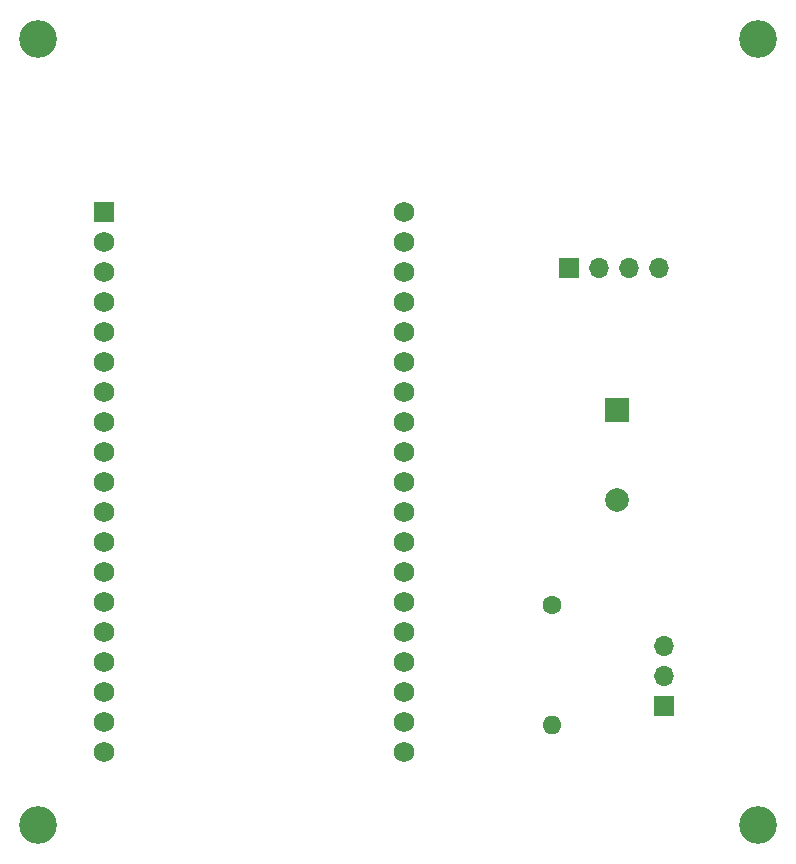
<source format=gbr>
%TF.GenerationSoftware,KiCad,Pcbnew,9.0.0*%
%TF.CreationDate,2025-03-04T12:47:50-05:00*%
%TF.ProjectId,TermoINteligente,5465726d-6f49-44e7-9465-6c6967656e74,rev?*%
%TF.SameCoordinates,Original*%
%TF.FileFunction,Soldermask,Top*%
%TF.FilePolarity,Negative*%
%FSLAX46Y46*%
G04 Gerber Fmt 4.6, Leading zero omitted, Abs format (unit mm)*
G04 Created by KiCad (PCBNEW 9.0.0) date 2025-03-04 12:47:50*
%MOMM*%
%LPD*%
G01*
G04 APERTURE LIST*
G04 Aperture macros list*
%AMRoundRect*
0 Rectangle with rounded corners*
0 $1 Rounding radius*
0 $2 $3 $4 $5 $6 $7 $8 $9 X,Y pos of 4 corners*
0 Add a 4 corners polygon primitive as box body*
4,1,4,$2,$3,$4,$5,$6,$7,$8,$9,$2,$3,0*
0 Add four circle primitives for the rounded corners*
1,1,$1+$1,$2,$3*
1,1,$1+$1,$4,$5*
1,1,$1+$1,$6,$7*
1,1,$1+$1,$8,$9*
0 Add four rect primitives between the rounded corners*
20,1,$1+$1,$2,$3,$4,$5,0*
20,1,$1+$1,$4,$5,$6,$7,0*
20,1,$1+$1,$6,$7,$8,$9,0*
20,1,$1+$1,$8,$9,$2,$3,0*%
G04 Aperture macros list end*
%ADD10RoundRect,0.102000X-0.765000X-0.765000X0.765000X-0.765000X0.765000X0.765000X-0.765000X0.765000X0*%
%ADD11C,1.734000*%
%ADD12R,1.700000X1.700000*%
%ADD13O,1.700000X1.700000*%
%ADD14C,3.200000*%
%ADD15C,1.600000*%
%ADD16O,1.600000X1.600000*%
%ADD17R,2.000000X2.000000*%
%ADD18C,2.000000*%
G04 APERTURE END LIST*
D10*
%TO.C,U1*%
X130100000Y-81180000D03*
D11*
X130100000Y-83720000D03*
X130100000Y-86260000D03*
X130100000Y-88800000D03*
X130100000Y-91340000D03*
X130100000Y-93880000D03*
X130100000Y-96420000D03*
X130100000Y-98960000D03*
X130100000Y-101500000D03*
X130100000Y-104040000D03*
X130100000Y-106580000D03*
X130100000Y-109120000D03*
X130100000Y-111660000D03*
X130100000Y-114200000D03*
X130100000Y-116740000D03*
X130100000Y-119280000D03*
X130100000Y-121820000D03*
X130100000Y-124360000D03*
X130100000Y-126900000D03*
X155500000Y-126900000D03*
X155500000Y-124360000D03*
X155500000Y-121820000D03*
X155500000Y-119280000D03*
X155500000Y-116740000D03*
X155500000Y-114200000D03*
X155500000Y-111660000D03*
X155500000Y-109120000D03*
X155500000Y-106580000D03*
X155500000Y-104040000D03*
X155500000Y-101500000D03*
X155500000Y-98960000D03*
X155500000Y-96420000D03*
X155500000Y-93880000D03*
X155500000Y-91340000D03*
X155500000Y-88800000D03*
X155500000Y-86260000D03*
X155500000Y-83720000D03*
X155500000Y-81180000D03*
%TD*%
D12*
%TO.C,J2*%
X177500000Y-122940000D03*
D13*
X177500000Y-120400000D03*
X177500000Y-117860000D03*
%TD*%
D12*
%TO.C,J1*%
X169500000Y-85900000D03*
D13*
X172040000Y-85900000D03*
X174580000Y-85900000D03*
X177120000Y-85900000D03*
%TD*%
D14*
%TO.C,REF\u002A\u002A*%
X185500000Y-66500000D03*
%TD*%
%TO.C,REF\u002A\u002A*%
X124500000Y-133000000D03*
%TD*%
%TO.C,REF\u002A\u002A*%
X185500000Y-133000000D03*
%TD*%
D15*
%TO.C,R1*%
X168000000Y-114400000D03*
D16*
X168000000Y-124560000D03*
%TD*%
D17*
%TO.C,BZ1*%
X173500000Y-97900000D03*
D18*
X173500000Y-105500000D03*
%TD*%
D14*
%TO.C,REF\u002A\u002A*%
X124500000Y-66500000D03*
%TD*%
M02*

</source>
